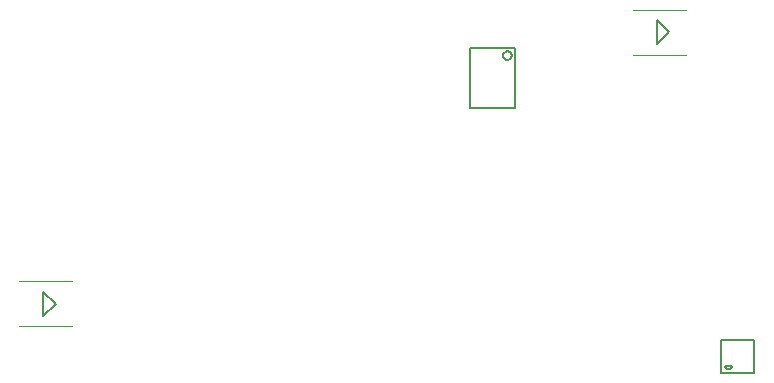
<source format=gbo>
From 7e78a158118d6ebd2d0d56bbdbfc3e7f2601411d Mon Sep 17 00:00:00 2001
From: Nicolas Schodet
Date: Thu, 3 Mar 2011 23:57:49 +0100
Subject: analog/supply, digital/lol: batchpcb order

---
 .../pcb/orders/batchpcb_2011-03-02/supply.GBO      | 101 +++++++++++++++++++++
 1 file changed, 101 insertions(+)
 create mode 100644 analog/supply/pcb/orders/batchpcb_2011-03-02/supply.GBO

(limited to 'analog/supply/pcb/orders/batchpcb_2011-03-02/supply.GBO')

diff --git a/analog/supply/pcb/orders/batchpcb_2011-03-02/supply.GBO b/analog/supply/pcb/orders/batchpcb_2011-03-02/supply.GBO
new file mode 100644
index 00000000..5d0c9237
--- /dev/null
+++ b/analog/supply/pcb/orders/batchpcb_2011-03-02/supply.GBO
@@ -0,0 +1,101 @@
+G75*
+G70*
+%OFA0B0*%
+%FSLAX24Y24*%
+%IPPOS*%
+%LPD*%
+%AMOC8*
+5,1,8,0,0,1.08239X$1,22.5*
+%
+%ADD10C,0.0040*%
+%ADD11C,0.0080*%
+%ADD12C,0.0050*%
+D10*
+X002201Y010281D02*
+X003981Y010281D01*
+X003981Y011781D02*
+X002201Y011781D01*
+X022654Y019341D02*
+X024434Y019341D01*
+X024434Y020841D02*
+X022654Y020841D01*
+D11*
+X023468Y020485D02*
+X023468Y019697D01*
+X023871Y020091D01*
+X023468Y020485D01*
+X025611Y009844D02*
+X025611Y008741D01*
+X026714Y008741D01*
+X026714Y009844D01*
+X025611Y009844D01*
+X025730Y008978D02*
+X025966Y008978D01*
+X025964Y008958D01*
+X025959Y008938D01*
+X025950Y008919D01*
+X025938Y008902D01*
+X025924Y008888D01*
+X025907Y008876D01*
+X025888Y008867D01*
+X025868Y008862D01*
+X025848Y008860D01*
+X025828Y008862D01*
+X025808Y008867D01*
+X025789Y008876D01*
+X025772Y008888D01*
+X025758Y008902D01*
+X025746Y008919D01*
+X025737Y008938D01*
+X025732Y008958D01*
+X025730Y008978D01*
+X003417Y011031D02*
+X003015Y010637D01*
+X003015Y011425D01*
+X003417Y011031D01*
+D12*
+X017229Y017567D02*
+X018729Y017567D01*
+X018729Y019567D01*
+X017229Y019567D01*
+X017229Y017567D01*
+X018338Y019317D02*
+X018340Y019340D01*
+X018346Y019363D01*
+X018355Y019384D01*
+X018368Y019404D01*
+X018384Y019421D01*
+X018402Y019435D01*
+X018422Y019446D01*
+X018444Y019454D01*
+X018467Y019458D01*
+X018491Y019458D01*
+X018514Y019454D01*
+X018536Y019446D01*
+X018556Y019435D01*
+X018574Y019421D01*
+X018590Y019404D01*
+X018603Y019384D01*
+X018612Y019363D01*
+X018618Y019340D01*
+X018620Y019317D01*
+X018618Y019294D01*
+X018612Y019271D01*
+X018603Y019250D01*
+X018590Y019230D01*
+X018574Y019213D01*
+X018556Y019199D01*
+X018536Y019188D01*
+X018514Y019180D01*
+X018491Y019176D01*
+X018467Y019176D01*
+X018444Y019180D01*
+X018422Y019188D01*
+X018402Y019199D01*
+X018384Y019213D01*
+X018368Y019230D01*
+X018355Y019250D01*
+X018346Y019271D01*
+X018340Y019294D01*
+X018338Y019317D01*
+M02*
-- 
cgit v1.2.3


</source>
